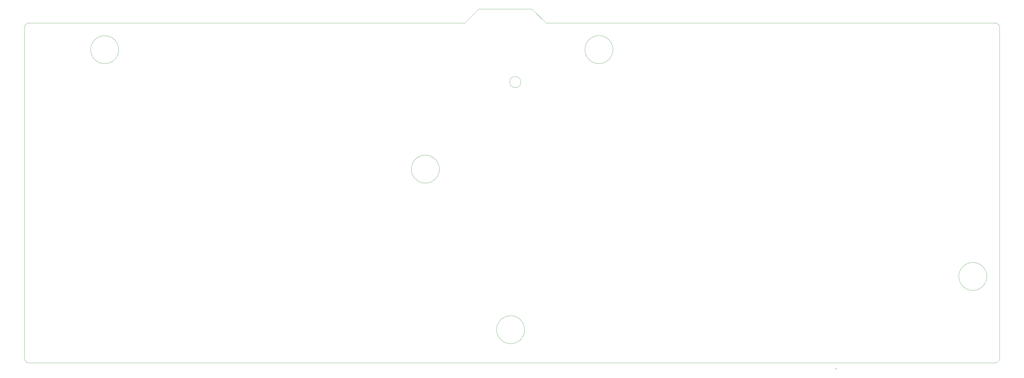
<source format=gbr>
G04 #@! TF.GenerationSoftware,KiCad,Pcbnew,8.0.0*
G04 #@! TF.CreationDate,2024-03-22T18:47:31-04:00*
G04 #@! TF.ProjectId,postmech2.1,706f7374-6d65-4636-9832-2e312e6b6963,2.1*
G04 #@! TF.SameCoordinates,Original*
G04 #@! TF.FileFunction,Profile,NP*
%FSLAX46Y46*%
G04 Gerber Fmt 4.6, Leading zero omitted, Abs format (unit mm)*
G04 Created by KiCad (PCBNEW 8.0.0) date 2024-03-22 18:47:31*
%MOMM*%
%LPD*%
G01*
G04 APERTURE LIST*
G04 #@! TA.AperFunction,Profile*
%ADD10C,0.050000*%
G04 #@! TD*
G04 APERTURE END LIST*
D10*
X386737639Y-64049961D02*
G75*
G02*
X388325039Y-65637361I-1J-1587401D01*
G01*
X388325000Y-183817539D02*
G75*
G02*
X386737600Y-185404939I-1587401J1D01*
G01*
X42162461Y-185404939D02*
G75*
G02*
X40575061Y-183817539I1J1587401D01*
G01*
X40575000Y-65637400D02*
G75*
G02*
X42162400Y-64050000I1587400J0D01*
G01*
X226550832Y-64050000D02*
X221550000Y-59050000D01*
X42162461Y-185404939D02*
X386737600Y-185404939D01*
X329812000Y-187324900D02*
X330062000Y-187324900D01*
X330062000Y-187574900D01*
X329812000Y-187574900D01*
X329812000Y-187324900D01*
X188535799Y-116240799D02*
G75*
G02*
X178534201Y-116240799I-5000799J0D01*
G01*
X178534201Y-116240799D02*
G75*
G02*
X188535799Y-116240799I5000799J0D01*
G01*
X202550000Y-59050000D02*
X197550000Y-64050000D01*
X42162400Y-64050000D02*
X197550000Y-64050000D01*
X74195799Y-73610001D02*
G75*
G02*
X64194201Y-73610001I-5000799J0D01*
G01*
X64194201Y-73610001D02*
G75*
G02*
X74195799Y-73610001I5000799J0D01*
G01*
X217600000Y-85160000D02*
G75*
G02*
X213600000Y-85160000I-2000000J0D01*
G01*
X213600000Y-85160000D02*
G75*
G02*
X217600000Y-85160000I2000000J0D01*
G01*
X383776859Y-154540799D02*
G75*
G02*
X373775261Y-154540799I-5000799J0D01*
G01*
X373775261Y-154540799D02*
G75*
G02*
X383776859Y-154540799I5000799J0D01*
G01*
X218950799Y-173580799D02*
G75*
G02*
X208949201Y-173580799I-5000799J0D01*
G01*
X208949201Y-173580799D02*
G75*
G02*
X218950799Y-173580799I5000799J0D01*
G01*
X388325000Y-183817500D02*
X388325000Y-65637400D01*
X250440799Y-73570000D02*
G75*
G02*
X240439201Y-73570000I-5000799J0D01*
G01*
X240439201Y-73570000D02*
G75*
G02*
X250440799Y-73570000I5000799J0D01*
G01*
X221550000Y-59050000D02*
X202550000Y-59050000D01*
X226550832Y-64050000D02*
X386737600Y-64050000D01*
X40575000Y-65637400D02*
X40575000Y-183817500D01*
M02*

</source>
